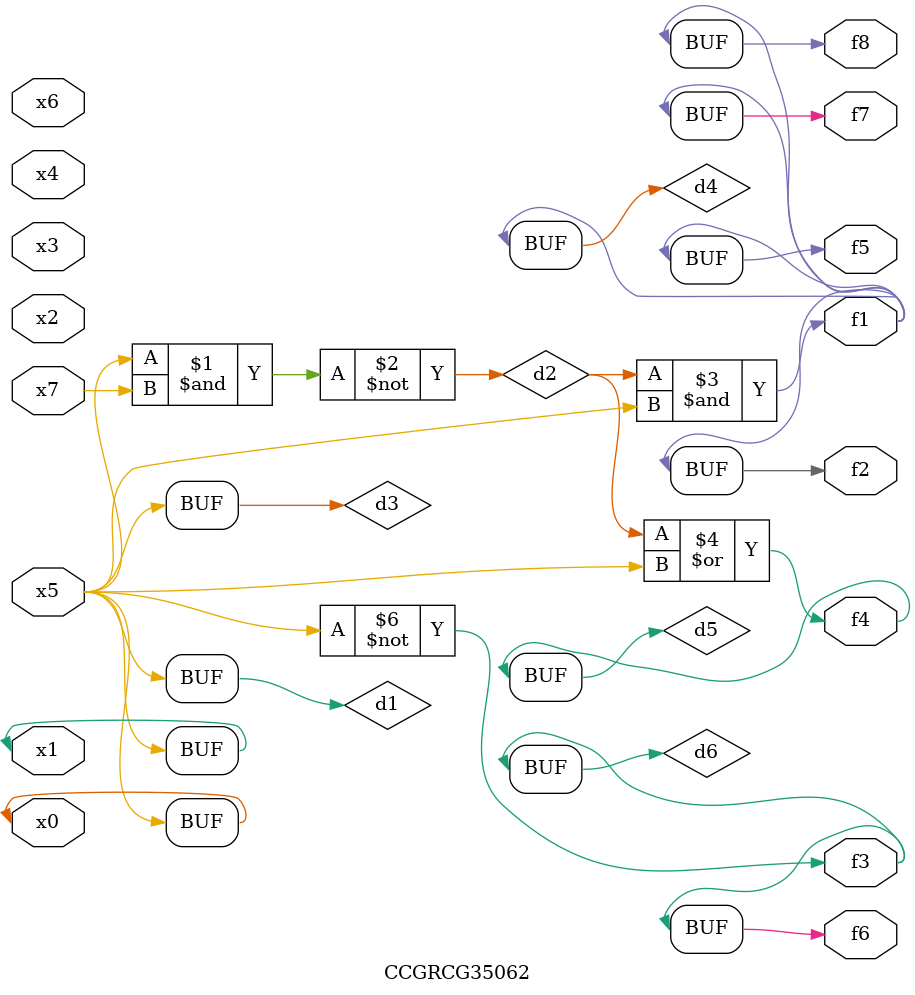
<source format=v>
module CCGRCG35062(
	input x0, x1, x2, x3, x4, x5, x6, x7,
	output f1, f2, f3, f4, f5, f6, f7, f8
);

	wire d1, d2, d3, d4, d5, d6;

	buf (d1, x0, x5);
	nand (d2, x5, x7);
	buf (d3, x0, x1);
	and (d4, d2, d3);
	or (d5, d2, d3);
	nor (d6, d1, d3);
	assign f1 = d4;
	assign f2 = d4;
	assign f3 = d6;
	assign f4 = d5;
	assign f5 = d4;
	assign f6 = d6;
	assign f7 = d4;
	assign f8 = d4;
endmodule

</source>
